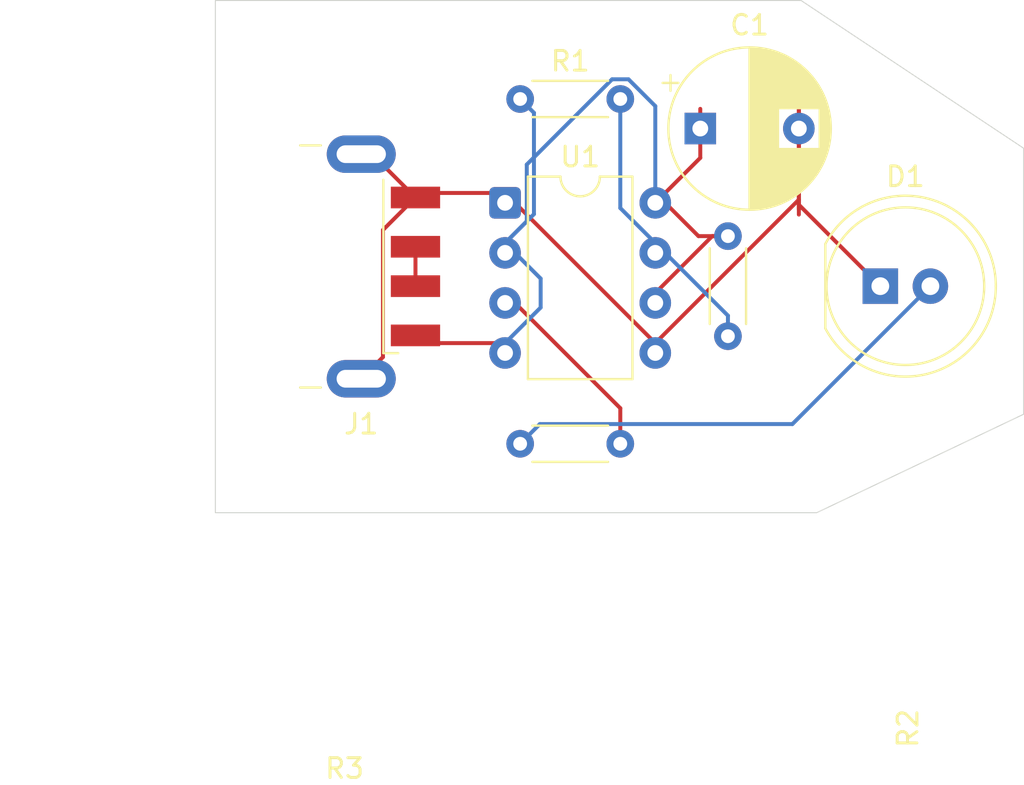
<source format=kicad_pcb>
(kicad_pcb (version 20241229) (generator "pcbnew") (generator_version "9.0")
  (layers (0 "F.Cu" signal) (2 "B.Cu" signal) (13 "F.Paste" user) (15 "B.Paste" user) (5 "F.SilkS" user "F.Silkscreen") (7 "B.SilkS" user "B.Silkscreen") (1 "F.Mask" user) (3 "B.Mask" user) (25 "Edge.Cuts" user))
  (net 0 "")
  (net 1 "GND")
  (net 2 "VCC")
  (net 3 "Net-(D1-A)")
  (net 4 "Net-(J1-D+)")
  (net 5 "Net-(U1-DIS)")
  (net 6 "Net-(U1-Q)")
  (footprint "Capacitor_THT:CP_Radial_D8.0mm_P5.00mm" (layer "F.Cu") (at 138.597349 94)
    (property "Reference" "C1" (at 2.5 -5.25 0) (layer "F.SilkS"))
    (property "Value" "C")
    (fp_line (start -1.909698 -2.315) (end -1.109698 -2.315) (stroke (width 0.12)) (layer "F.SilkS"))
    (fp_line (start -1.509698 -2.715) (end -1.509698 -1.915) (stroke (width 0.12)) (layer "F.SilkS"))
    (fp_line (start 2.5 -4.08) (end 2.5 4.08) (stroke (width 0.12)) (layer "F.SilkS"))
    (fp_line (start 2.54 -4.08) (end 2.54 4.08) (stroke (width 0.12)) (layer "F.SilkS"))
    (fp_line (start 2.58 -4.08) (end 2.58 4.08) (stroke (width 0.12)) (layer "F.SilkS"))
    (fp_line (start 2.62 -4.079) (end 2.62 4.079) (stroke (width 0.12)) (layer "F.SilkS"))
    (fp_line (start 2.66 -4.077) (end 2.66 4.077) (stroke (width 0.12)) (layer "F.SilkS"))
    (fp_line (start 2.7 -4.076) (end 2.7 4.076) (stroke (width 0.12)) (layer "F.SilkS"))
    (fp_line (start 2.74 -4.074) (end 2.74 4.074) (stroke (width 0.12)) (layer "F.SilkS"))
    (fp_line (start 2.78 -4.071) (end 2.78 4.071) (stroke (width 0.12)) (layer "F.SilkS"))
    (fp_line (start 2.82 -4.068) (end 2.82 4.068) (stroke (width 0.12)) (layer "F.SilkS"))
    (fp_line (start 2.86 -4.065) (end 2.86 4.065) (stroke (width 0.12)) (layer "F.SilkS"))
    (fp_line (start 2.9 -4.061) (end 2.9 4.061) (stroke (width 0.12)) (layer "F.SilkS"))
    (fp_line (start 2.94 -4.057) (end 2.94 4.057) (stroke (width 0.12)) (layer "F.SilkS"))
    (fp_line (start 2.98 -4.052) (end 2.98 4.052) (stroke (width 0.12)) (layer "F.SilkS"))
    (fp_line (start 3.02 -4.048) (end 3.02 4.048) (stroke (width 0.12)) (layer "F.SilkS"))
    (fp_line (start 3.06 -4.042) (end 3.06 4.042) (stroke (width 0.12)) (layer "F.SilkS"))
    (fp_line (start 3.1 -4.037) (end 3.1 4.037) (stroke (width 0.12)) (layer "F.SilkS"))
    (fp_line (start 3.14 -4.03) (end 3.14 4.03) (stroke (width 0.12)) (layer "F.SilkS"))
    (fp_line (start 3.18 -4.024) (end 3.18 4.024) (stroke (width 0.12)) (layer "F.SilkS"))
    (fp_line (start 3.221 -4.017) (end 3.221 4.017) (stroke (width 0.12)) (layer "F.SilkS"))
    (fp_line (start 3.261 -4.01) (end 3.261 4.01) (stroke (width 0.12)) (layer "F.SilkS"))
    (fp_line (start 3.301 -4.002) (end 3.301 4.002) (stroke (width 0.12)) (layer "F.SilkS"))
    (fp_line (start 3.341 -3.994) (end 3.341 3.994) (stroke (width 0.12)) (layer "F.SilkS"))
    (fp_line (start 3.381 -3.985) (end 3.381 3.985) (stroke (width 0.12)) (layer "F.SilkS"))
    (fp_line (start 3.421 -3.976) (end 3.421 3.976) (stroke (width 0.12)) (layer "F.SilkS"))
    (fp_line (start 3.461 -3.967) (end 3.461 3.967) (stroke (width 0.12)) (layer "F.SilkS"))
    (fp_line (start 3.501 -3.957) (end 3.501 3.957) (stroke (width 0.12)) (layer "F.SilkS"))
    (fp_line (start 3.541 -3.947) (end 3.541 3.947) (stroke (width 0.12)) (layer "F.SilkS"))
    (fp_line (start 3.581 -3.936) (end 3.581 3.936) (stroke (width 0.12)) (layer "F.SilkS"))
    (fp_line (start 3.621 -3.925) (end 3.621 3.925) (stroke (width 0.12)) (layer "F.SilkS"))
    (fp_line (start 3.661 -3.914) (end 3.661 3.914) (stroke (width 0.12)) (layer "F.SilkS"))
    (fp_line (start 3.701 -3.902) (end 3.701 3.902) (stroke (width 0.12)) (layer "F.SilkS"))
    (fp_line (start 3.741 -3.889) (end 3.741 3.889) (stroke (width 0.12)) (layer "F.SilkS"))
    (fp_line (start 3.781 -3.877) (end 3.781 3.877) (stroke (width 0.12)) (layer "F.SilkS"))
    (fp_line (start 3.821 -3.863) (end 3.821 3.863) (stroke (width 0.12)) (layer "F.SilkS"))
    (fp_line (start 3.861 -3.85) (end 3.861 3.85) (stroke (width 0.12)) (layer "F.SilkS"))
    (fp_line (start 3.901 -3.835) (end 3.901 3.835) (stroke (width 0.12)) (layer "F.SilkS"))
    (fp_line (start 3.941 -3.821) (end 3.941 3.821) (stroke (width 0.12)) (layer "F.SilkS"))
    (fp_line (start 3.981 -3.805) (end 3.981 -1.04) (stroke (width 0.12)) (layer "F.SilkS"))
    (fp_line (start 3.981 1.04) (end 3.981 3.805) (stroke (width 0.12)) (layer "F.SilkS"))
    (fp_line (start 4.021 -3.79) (end 4.021 -1.04) (stroke (width 0.12)) (layer "F.SilkS"))
    (fp_line (start 4.021 1.04) (end 4.021 3.79) (stroke (width 0.12)) (layer "F.SilkS"))
    (fp_line (start 4.061 -3.774) (end 4.061 -1.04) (stroke (width 0.12)) (layer "F.SilkS"))
    (fp_line (start 4.061 1.04) (end 4.061 3.774) (stroke (width 0.12)) (layer "F.SilkS"))
    (fp_line (start 4.101 -3.757) (end 4.101 -1.04) (stroke (width 0.12)) (layer "F.SilkS"))
    (fp_line (start 4.101 1.04) (end 4.101 3.757) (stroke (width 0.12)) (layer "F.SilkS"))
    (fp_line (start 4.141 -3.74) (end 4.141 -1.04) (stroke (width 0.12)) (layer "F.SilkS"))
    (fp_line (start 4.141 1.04) (end 4.141 3.74) (stroke (width 0.12)) (layer "F.SilkS"))
    (fp_line (start 4.181 -3.722) (end 4.181 -1.04) (stroke (width 0.12)) (layer "F.SilkS"))
    (fp_line (start 4.181 1.04) (end 4.181 3.722) (stroke (width 0.12)) (layer "F.SilkS"))
    (fp_line (start 4.221 -3.704) (end 4.221 -1.04) (stroke (width 0.12)) (layer "F.SilkS"))
    (fp_line (start 4.221 1.04) (end 4.221 3.704) (stroke (width 0.12)) (layer "F.SilkS"))
    (fp_line (start 4.261 -3.686) (end 4.261 -1.04) (stroke (width 0.12)) (layer "F.SilkS"))
    (fp_line (start 4.261 1.04) (end 4.261 3.686) (stroke (width 0.12)) (layer "F.SilkS"))
    (fp_line (start 4.301 -3.666) (end 4.301 -1.04) (stroke (width 0.12)) (layer "F.SilkS"))
    (fp_line (start 4.301 1.04) (end 4.301 3.666) (stroke (width 0.12)) (layer "F.SilkS"))
    (fp_line (start 4.341 -3.647) (end 4.341 -1.04) (stroke (width 0.12)) (layer "F.SilkS"))
    (fp_line (start 4.341 1.04) (end 4.341 3.647) (stroke (width 0.12)) (layer "F.SilkS"))
    (fp_line (start 4.381 -3.627) (end 4.381 -1.04) (stroke (width 0.12)) (layer "F.SilkS"))
    (fp_line (start 4.381 1.04) (end 4.381 3.627) (stroke (width 0.12)) (layer "F.SilkS"))
    (fp_line (start 4.421 -3.606) (end 4.421 -1.04) (stroke (width 0.12)) (layer "F.SilkS"))
    (fp_line (start 4.421 1.04) (end 4.421 3.606) (stroke (width 0.12)) (layer "F.SilkS"))
    (fp_line (start 4.461 -3.584) (end 4.461 -1.04) (stroke (width 0.12)) (layer "F.SilkS"))
    (fp_line (start 4.461 1.04) (end 4.461 3.584) (stroke (width 0.12)) (layer "F.SilkS"))
    (fp_line (start 4.501 -3.562) (end 4.501 -1.04) (stroke (width 0.12)) (layer "F.SilkS"))
    (fp_line (start 4.501 1.04) (end 4.501 3.562) (stroke (width 0.12)) (layer "F.SilkS"))
    (fp_line (start 4.541 -3.54) (end 4.541 -1.04) (stroke (width 0.12)) (layer "F.SilkS"))
    (fp_line (start 4.541 1.04) (end 4.541 3.54) (stroke (width 0.12)) (layer "F.SilkS"))
    (fp_line (start 4.581 -3.517) (end 4.581 -1.04) (stroke (width 0.12)) (layer "F.SilkS"))
    (fp_line (start 4.581 1.04) (end 4.581 3.517) (stroke (width 0.12)) (layer "F.SilkS"))
    (fp_line (start 4.621 -3.493) (end 4.621 -1.04) (stroke (width 0.12)) (layer "F.SilkS"))
    (fp_line (start 4.621 1.04) (end 4.621 3.493) (stroke (width 0.12)) (layer "F.SilkS"))
    (fp_line (start 4.661 -3.469) (end 4.661 -1.04) (stroke (width 0.12)) (layer "F.SilkS"))
    (fp_line (start 4.661 1.04) (end 4.661 3.469) (stroke (width 0.12)) (layer "F.SilkS"))
    (fp_line (start 4.701 -3.444) (end 4.701 -1.04) (stroke (width 0.12)) (layer "F.SilkS"))
    (fp_line (start 4.701 1.04) (end 4.701 3.444) (stroke (width 0.12)) (layer "F.SilkS"))
    (fp_line (start 4.741 -3.418) (end 4.741 -1.04) (stroke (width 0.12)) (layer "F.SilkS"))
    (fp_line (start 4.741 1.04) (end 4.741 3.418) (stroke (width 0.12)) (layer "F.SilkS"))
    (fp_line (start 4.781 -3.392) (end 4.781 -1.04) (stroke (width 0.12)) (layer "F.SilkS"))
    (fp_line (start 4.781 1.04) (end 4.781 3.392) (stroke (width 0.12)) (layer "F.SilkS"))
    (fp_line (start 4.821 -3.365) (end 4.821 -1.04) (stroke (width 0.12)) (layer "F.SilkS"))
    (fp_line (start 4.821 1.04) (end 4.821 3.365) (stroke (width 0.12)) (layer "F.SilkS"))
    (fp_line (start 4.861 -3.338) (end 4.861 -1.04) (stroke (width 0.12)) (layer "F.SilkS"))
    (fp_line (start 4.861 1.04) (end 4.861 3.338) (stroke (width 0.12)) (layer "F.SilkS"))
    (fp_line (start 4.901 -3.309) (end 4.901 -1.04) (stroke (width 0.12)) (layer "F.SilkS"))
    (fp_line (start 4.901 1.04) (end 4.901 3.309) (stroke (width 0.12)) (layer "F.SilkS"))
    (fp_line (start 4.941 -3.28) (end 4.941 -1.04) (stroke (width 0.12)) (layer "F.SilkS"))
    (fp_line (start 4.941 1.04) (end 4.941 3.28) (stroke (width 0.12)) (layer "F.SilkS"))
    (fp_line (start 4.981 -3.25) (end 4.981 -1.04) (stroke (width 0.12)) (layer "F.SilkS"))
    (fp_line (start 4.981 1.04) (end 4.981 3.25) (stroke (width 0.12)) (layer "F.SilkS"))
    (fp_line (start 5.021 -3.22) (end 5.021 -1.04) (stroke (width 0.12)) (layer "F.SilkS"))
    (fp_line (start 5.021 1.04) (end 5.021 3.22) (stroke (width 0.12)) (layer "F.SilkS"))
    (fp_line (start 5.061 -3.189) (end 5.061 -1.04) (stroke (width 0.12)) (layer "F.SilkS"))
    (fp_line (start 5.061 1.04) (end 5.061 3.189) (stroke (width 0.12)) (layer "F.SilkS"))
    (fp_line (start 5.101 -3.156) (end 5.101 -1.04) (stroke (width 0.12)) (layer "F.SilkS"))
    (fp_line (start 5.101 1.04) (end 5.101 3.156) (stroke (width 0.12)) (layer "F.SilkS"))
    (fp_line (start 5.141 -3.124) (end 5.141 -1.04) (stroke (width 0.12)) (layer "F.SilkS"))
    (fp_line (start 5.141 1.04) (end 5.141 3.124) (stroke (width 0.12)) (layer "F.SilkS"))
    (fp_line (start 5.181 -3.09) (end 5.181 -1.04) (stroke (width 0.12)) (layer "F.SilkS"))
    (fp_line (start 5.181 1.04) (end 5.181 3.09) (stroke (width 0.12)) (layer "F.SilkS"))
    (fp_line (start 5.221 -3.055) (end 5.221 -1.04) (stroke (width 0.12)) (layer "F.SilkS"))
    (fp_line (start 5.221 1.04) (end 5.221 3.055) (stroke (width 0.12)) (layer "F.SilkS"))
    (fp_line (start 5.261 -3.019) (end 5.261 -1.04) (stroke (width 0.12)) (layer "F.SilkS"))
    (fp_line (start 5.261 1.04) (end 5.261 3.019) (stroke (width 0.12)) (layer "F.SilkS"))
    (fp_line (start 5.301 -2.983) (end 5.301 -1.04) (stroke (width 0.12)) (layer "F.SilkS"))
    (fp_line (start 5.301 1.04) (end 5.301 2.983) (stroke (width 0.12)) (layer "F.SilkS"))
    (fp_line (start 5.341 -2.945) (end 5.341 -1.04) (stroke (width 0.12)) (layer "F.SilkS"))
    (fp_line (start 5.341 1.04) (end 5.341 2.945) (stroke (width 0.12)) (layer "F.SilkS"))
    (fp_line (start 5.381 -2.907) (end 5.381 -1.04) (stroke (width 0.12)) (layer "F.SilkS"))
    (fp_line (start 5.381 1.04) (end 5.381 2.907) (stroke (width 0.12)) (layer "F.SilkS"))
    (fp_line (start 5.421 -2.867) (end 5.421 -1.04) (stroke (width 0.12)) (layer "F.SilkS"))
    (fp_line (start 5.421 1.04) (end 5.421 2.867) (stroke (width 0.12)) (layer "F.SilkS"))
    (fp_line (start 5.461 -2.826) (end 5.461 -1.04) (stroke (width 0.12)) (layer "F.SilkS"))
    (fp_line (start 5.461 1.04) (end 5.461 2.826) (stroke (width 0.12)) (layer "F.SilkS"))
    (fp_line (start 5.501 -2.784) (end 5.501 -1.04) (stroke (width 0.12)) (layer "F.SilkS"))
    (fp_line (start 5.501 1.04) (end 5.501 2.784) (stroke (width 0.12)) (layer "F.SilkS"))
    (fp_line (start 5.541 -2.741) (end 5.541 -1.04) (stroke (width 0.12)) (layer "F.SilkS"))
    (fp_line (start 5.541 1.04) (end 5.541 2.741) (stroke (width 0.12)) (layer "F.SilkS"))
    (fp_line (start 5.581 -2.697) (end 5.581 -1.04) (stroke (width 0.12)) (layer "F.SilkS"))
    (fp_line (start 5.581 1.04) (end 5.581 2.697) (stroke (width 0.12)) (layer "F.SilkS"))
    (fp_line (start 5.621 -2.651) (end 5.621 -1.04) (stroke (width 0.12)) (layer "F.SilkS"))
    (fp_line (start 5.621 1.04) (end 5.621 2.651) (stroke (width 0.12)) (layer "F.SilkS"))
    (fp_line (start 5.661 -2.604) (end 5.661 -1.04) (stroke (width 0.12)) (layer "F.SilkS"))
    (fp_line (start 5.661 1.04) (end 5.661 2.604) (stroke (width 0.12)) (layer "F.SilkS"))
    (fp_line (start 5.701 -2.556) (end 5.701 -1.04) (stroke (width 0.12)) (layer "F.SilkS"))
    (fp_line (start 5.701 1.04) (end 5.701 2.556) (stroke (width 0.12)) (layer "F.SilkS"))
    (fp_line (start 5.741 -2.505) (end 5.741 -1.04) (stroke (width 0.12)) (layer "F.SilkS"))
    (fp_line (start 5.741 1.04) (end 5.741 2.505) (stroke (width 0.12)) (layer "F.SilkS"))
    (fp_line (start 5.781 -2.454) (end 5.781 -1.04) (stroke (width 0.12)) (layer "F.SilkS"))
    (fp_line (start 5.781 1.04) (end 5.781 2.454) (stroke (width 0.12)) (layer "F.SilkS"))
    (fp_line (start 5.821 -2.4) (end 5.821 -1.04) (stroke (width 0.12)) (layer "F.SilkS"))
    (fp_line (start 5.821 1.04) (end 5.821 2.4) (stroke (width 0.12)) (layer "F.SilkS"))
    (fp_line (start 5.861 -2.345) (end 5.861 -1.04) (stroke (width 0.12)) (layer "F.SilkS"))
    (fp_line (start 5.861 1.04) (end 5.861 2.345) (stroke (width 0.12)) (layer "F.SilkS"))
    (fp_line (start 5.901 -2.287) (end 5.901 -1.04) (stroke (width 0.12)) (layer "F.SilkS"))
    (fp_line (start 5.901 1.04) (end 5.901 2.287) (stroke (width 0.12)) (layer "F.SilkS"))
    (fp_line (start 5.941 -2.228) (end 5.941 -1.04) (stroke (width 0.12)) (layer "F.SilkS"))
    (fp_line (start 5.941 1.04) (end 5.941 2.228) (stroke (width 0.12)) (layer "F.SilkS"))
    (fp_line (start 5.981 -2.166) (end 5.981 -1.04) (stroke (width 0.12)) (layer "F.SilkS"))
    (fp_line (start 5.981 1.04) (end 5.981 2.166) (stroke (width 0.12)) (layer "F.SilkS"))
    (fp_line (start 6.021 -2.102) (end 6.021 -1.04) (stroke (width 0.12)) (layer "F.SilkS"))
    (fp_line (start 6.021 1.04) (end 6.021 2.102) (stroke (width 0.12)) (layer "F.SilkS"))
    (fp_line (start 6.061 -2.034) (end 6.061 2.034) (stroke (width 0.12)) (layer "F.SilkS"))
    (fp_line (start 6.101 -1.964) (end 6.101 1.964) (stroke (width 0.12)) (layer "F.SilkS"))
    (fp_line (start 6.141 -1.89) (end 6.141 1.89) (stroke (width 0.12)) (layer "F.SilkS"))
    (fp_line (start 6.181 -1.813) (end 6.181 1.813) (stroke (width 0.12)) (layer "F.SilkS"))
    (fp_line (start 6.221 -1.731) (end 6.221 1.731) (stroke (width 0.12)) (layer "F.SilkS"))
    (fp_line (start 6.261 -1.645) (end 6.261 1.645) (stroke (width 0.12)) (layer "F.SilkS"))
    (fp_line (start 6.301 -1.552) (end 6.301 1.552) (stroke (width 0.12)) (layer "F.SilkS"))
    (fp_line (start 6.341 -1.453) (end 6.341 1.453) (stroke (width 0.12)) (layer "F.SilkS"))
    (fp_line (start 6.381 -1.346) (end 6.381 1.346) (stroke (width 0.12)) (layer "F.SilkS"))
    (fp_line (start 6.421 -1.229) (end 6.421 1.229) (stroke (width 0.12)) (layer "F.SilkS"))
    (fp_line (start 6.461 -1.098) (end 6.461 1.098) (stroke (width 0.12)) (layer "F.SilkS"))
    (fp_line (start 6.501 -0.948) (end 6.501 0.948) (stroke (width 0.12)) (layer "F.SilkS"))
    (fp_line (start 6.541 -0.768) (end 6.541 0.768) (stroke (width 0.12)) (layer "F.SilkS"))
    (fp_line (start 6.581 -0.533) (end 6.581 0.533) (stroke (width 0.12)) (layer "F.SilkS"))
    (fp_circle (center 2.5 0) (end 6.62 0) (stroke (width 0.12)) (fill no) (layer "F.SilkS"))
    (pad "1" thru_hole rect (at 0 0) (size 1.6 1.6) (drill 0.8) (layers "*.Cu" "*.Mask") (net 2 "VCC"))
    (pad "2" thru_hole circle (at 5 0) (size 1.6 1.6) (drill 0.8) (layers "*.Cu" "*.Mask") (net 1 "GND"))
  )
  (footprint "LED_THT:LED_D8.0mm" (layer "F.Cu") (at 147.73 102)
    (property "Reference" "D1" (at 1.27 -5.56 0) (layer "F.SilkS"))
    (property "Value" "LED")
    (fp_line (start -2.79 -2.142) (end -2.79 2.142) (stroke (width 0.12)) (layer "F.SilkS"))
    (fp_arc (start -2.79 -2.141145) (mid 2.372851 -4.455538) (end 5.86 -0.000066) (stroke (width 0.12)) (layer "F.SilkS"))
    (fp_arc (start 5.86 0.000066) (mid 2.372851 4.455538) (end -2.79 2.141145) (stroke (width 0.12)) (layer "F.SilkS"))
    (fp_circle (center 1.27 0) (end 5.27 0) (stroke (width 0.12)) (fill no) (layer "F.SilkS"))
    (pad "1" thru_hole rect (at 0 0) (size 1.8 1.8) (drill 0.9) (layers "*.Cu" "*.Mask") (net 1 "GND"))
    (pad "2" thru_hole circle (at 2.54 0) (size 1.8 1.8) (drill 0.9) (layers "*.Cu" "*.Mask") (net 3 "Net-(D1-A)"))
  )
  (footprint "Connector_USB:USB_A_CNCTech_1001-011-01101_Horizontal" (layer "F.Cu") (at 114.5 101 180)
    (property "Reference" "J1" (at -6.9 -8 0) (layer "F.SilkS"))
    (property "Value" "USB_A")
    (fp_line (start -4.85 6.145) (end -3.8 6.145) (stroke (width 0.12)) (layer "F.SilkS"))
    (fp_line (start -4.85 -6.145) (end -3.8 -6.145) (stroke (width 0.12)) (layer "F.SilkS"))
    (fp_line (start -8.02 -4.4) (end -8.02 4.4) (stroke (width 0.12)) (layer "F.SilkS"))
    (fp_line (start -8.02 -4.4) (end -8.775 -4.4) (stroke (width 0.12)) (layer "F.SilkS"))
    (pad "" np_thru_hole circle (at -6.9 -2.3 180) (size 1.1 1.1) (drill 1.1) (layers "*.Cu" "*.Mask"))
    (pad "" np_thru_hole circle (at -6.9 2.3 180) (size 1.1 1.1) (drill 1.1) (layers "*.Cu" "*.Mask"))
    (pad "1" smd rect (at -9.65 -3.5 180) (size 2.5 1.1) (layers "F.Cu" "F.Mask" "F.Paste") (net 2 "VCC"))
    (pad "2" smd rect (at -9.65 -1 180) (size 2.5 1.1) (layers "F.Cu" "F.Mask" "F.Paste") (net 4 "Net-(J1-D+)"))
    (pad "3" smd rect (at -9.65 1 180) (size 2.5 1.1) (layers "F.Cu" "F.Mask" "F.Paste") (net 4 "Net-(J1-D+)"))
    (pad "4" smd rect (at -9.65 3.5 180) (size 2.5 1.1) (layers "F.Cu" "F.Mask" "F.Paste") (net 1 "GND"))
    (pad "5" thru_hole oval (at -6.9 -5.7 180) (size 3.5 1.9) (drill oval 2.5 0.9) (property pad_prop_heatsink) (layers "*.Cu" "*.Mask") (net 1 "GND"))
    (pad "5" thru_hole oval (at -6.9 5.7 180) (size 3.5 1.9) (drill oval 2.5 0.9) (property pad_prop_heatsink) (layers "*.Cu" "*.Mask") (net 1 "GND"))
  )
  (footprint "Package_DIP:DIP-8_W7.62mm" (layer "F.Cu") (at 128.695 97.77)
    (property "Reference" "U1" (at 3.81 -2.33 0) (layer "F.SilkS"))
    (property "Value" "NE555P")
    (fp_line (start 1.16 -1.33) (end 1.16 8.95) (stroke (width 0.12)) (layer "F.SilkS"))
    (fp_line (start 1.16 8.95) (end 6.46 8.95) (stroke (width 0.12)) (layer "F.SilkS"))
    (fp_line (start 2.81 -1.33) (end 1.16 -1.33) (stroke (width 0.12)) (layer "F.SilkS"))
    (fp_line (start 6.46 -1.33) (end 4.81 -1.33) (stroke (width 0.12)) (layer "F.SilkS"))
    (fp_line (start 6.46 8.95) (end 6.46 -1.33) (stroke (width 0.12)) (layer "F.SilkS"))
    (fp_arc (start 4.81 -1.33) (mid 3.81 -0.33) (end 2.81 -1.33) (stroke (width 0.12)) (layer "F.SilkS"))
    (pad "1" thru_hole roundrect (at 0 0) (size 1.6 1.6) (drill 0.8) (layers "*.Cu" "*.Mask") (roundrect_rratio 0.15625) (net 1 "GND"))
    (pad "2" thru_hole circle (at 0 2.54) (size 1.6 1.6) (drill 0.8) (layers "*.Cu" "*.Mask") (net 2 "VCC"))
    (pad "3" thru_hole circle (at 0 5.08) (size 1.6 1.6) (drill 0.8) (layers "*.Cu" "*.Mask") (net 6 "Net-(U1-Q)"))
    (pad "4" thru_hole circle (at 0 7.62) (size 1.6 1.6) (drill 0.8) (layers "*.Cu" "*.Mask") (net 2 "VCC"))
    (pad "5" thru_hole circle (at 7.62 7.62) (size 1.6 1.6) (drill 0.8) (layers "*.Cu" "*.Mask") (net 1 "GND"))
    (pad "6" thru_hole circle (at 7.62 5.08) (size 1.6 1.6) (drill 0.8) (layers "*.Cu" "*.Mask") (net 2 "VCC"))
    (pad "7" thru_hole circle (at 7.62 2.54) (size 1.6 1.6) (drill 0.8) (layers "*.Cu" "*.Mask") (net 5 "Net-(U1-DIS)"))
    (pad "8" thru_hole circle (at 7.62 0) (size 1.6 1.6) (drill 0.8) (layers "*.Cu" "*.Mask") (net 2 "VCC"))
  )
  (footprint "Resistor_THT:R_Axial_DIN0204_L3.6mm_D1.6mm_P5.08mm_Horizontal" (layer "F.Cu") (at 129.46 92.5)
    (property "Reference" "R1" (at 2.54 -1.92 0) (layer "F.SilkS"))
    (property "Value" "R")
    (fp_line (start 0.62 -0.92) (end 4.46 -0.92) (stroke (width 0.12)) (layer "F.SilkS"))
    (fp_line (start 0.62 0.92) (end 4.46 0.92) (stroke (width 0.12)) (layer "F.SilkS"))
    (pad "1" thru_hole circle (at 0 0) (size 1.4 1.4) (drill 0.7) (layers "*.Cu" "*.Mask") (net 2 "VCC"))
    (pad "2" thru_hole oval (at 5.08 0) (size 1.4 1.4) (drill 0.7) (layers "*.Cu" "*.Mask") (net 5 "Net-(U1-DIS)"))
  )
  (footprint "Resistor_THT:R_Axial_DIN0204_L3.6mm_D1.6mm_P5.08mm_Horizontal" (layer "F.Cu") (at 129.46 110)
    (property "Reference" "R3" (at -8.905302 16.48 0) (layer "F.SilkS"))
    (property "Value" "R3")
    (fp_line (start 0.62 -0.92) (end 4.46 -0.92) (stroke (width 0.12)) (layer "F.SilkS"))
    (fp_line (start 0.62 0.92) (end 4.46 0.92) (stroke (width 0.12)) (layer "F.SilkS"))
    (pad "1" thru_hole circle (at 0 0) (size 1.4 1.4) (drill 0.7) (layers "*.Cu" "*.Mask") (net 3 "Net-(D1-A)"))
    (pad "2" thru_hole oval (at 5.08 0) (size 1.4 1.4) (drill 0.7) (layers "*.Cu" "*.Mask") (net 6 "Net-(U1-Q)"))
  )
  (footprint "Resistor_THT:R_Axial_DIN0204_L3.6mm_D1.6mm_P5.08mm_Horizontal" (layer "F.Cu") (at 140 104.54 90)
    (property "Reference" "R2" (at -19.905302 9.13 90) (layer "F.SilkS"))
    (property "Value" "R2")
    (fp_line (start 0.62 -0.92) (end 4.46 -0.92) (stroke (width 0.12)) (layer "F.SilkS"))
    (fp_line (start 0.62 0.92) (end 4.46 0.92) (stroke (width 0.12)) (layer "F.SilkS"))
    (pad "1" thru_hole circle (at 0 0 90) (size 1.4 1.4) (drill 0.7) (layers "*.Cu" "*.Mask") (net 5 "Net-(U1-DIS)"))
    (pad "2" thru_hole oval (at 5.08 0 90) (size 1.4 1.4) (drill 0.7) (layers "*.Cu" "*.Mask") (net 2 "VCC"))
  )
  (gr_poly (pts (xy 114 87.5) (xy 143.710526 87.5) (xy 155 95) (xy 155 108.5) (xy 144.5 113.5) (xy 114 113.5)) (stroke (width 0.05)) (fill no) (layer "Edge.Cuts"))
  (segment (start 143.597349 97.607651) (end 136.315 104.89) (width 0.2) (layer "F.Cu") (net 1))
  (segment (start 143.597349 97.867349) (end 147.73 102) (width 0.2) (layer "F.Cu") (net 1))
  (segment (start 122.5 99.15) (end 122.5 105.6) (width 0.2) (layer "F.Cu") (net 1))
  (segment (start 124.38 97.27) (end 124.15 97.5) (width 0.2) (layer "F.Cu") (net 1))
  (segment (start 124.15 97.5) (end 122.5 99.15) (width 0.2) (layer "F.Cu") (net 1))
  (segment (start 143.597349 93) (end 143.597349 98.367349) (width 0.2) (layer "F.Cu") (net 1))
  (segment (start 143.597349 93) (end 143.597349 98.107651) (width 0.2) (layer "F.Cu") (net 1))
  (segment (start 147.73 102) (end 148 102) (width 0.2) (layer "F.Cu") (net 1))
  (segment (start 121.95 95.3) (end 121.4 95.3) (width 0.2) (layer "F.Cu") (net 1))
  (segment (start 128.695 97.27) (end 136.315 104.89) (width 0.2) (layer "F.Cu") (net 1))
  (segment (start 128.695 97.27) (end 124.38 97.27) (width 0.2) (layer "F.Cu") (net 1))
  (segment (start 124.15 97.5) (end 121.95 95.3) (width 0.2) (layer "F.Cu") (net 1))
  (segment (start 122.5 105.6) (end 121.4 106.7) (width 0.2) (layer "F.Cu") (net 1))
  (segment (start 138.597349 93) (end 138.597349 95.487651) (width 0.2) (layer "F.Cu") (net 2))
  (segment (start 138.505 99.46) (end 136.315 97.27) (width 0.2) (layer "F.Cu") (net 2))
  (segment (start 138.597349 95.487651) (end 136.315 97.77) (width 0.2) (layer "F.Cu") (net 2))
  (segment (start 124.54 104.89) (end 124.15 104.5) (width 0.2) (layer "F.Cu") (net 2))
  (segment (start 140 99.46) (end 138.505 99.46) (width 0.2) (layer "F.Cu") (net 2))
  (segment (start 139.205 99.46) (end 136.315 102.35) (width 0.2) (layer "F.Cu") (net 2))
  (segment (start 140 99.46) (end 139.205 99.46) (width 0.2) (layer "F.Cu") (net 2))
  (segment (start 128.695 104.89) (end 124.54 104.89) (width 0.2) (layer "F.Cu") (net 2))
  (segment (start 130.5 101.615) (end 128.695 99.81) (width 0.2) (layer "B.Cu") (net 2))
  (segment (start 130.16 93.2) (end 130.16 98.345) (width 0.2) (layer "B.Cu") (net 2))
  (segment (start 136.315 97.27) (end 136.315 92.859372) (width 0.2) (layer "B.Cu") (net 2))
  (segment (start 136.315 92.859372) (end 134.954628 91.499) (width 0.2) (layer "B.Cu") (net 2))
  (segment (start 134.125372 91.499) (end 129.796 95.828372) (width 0.2) (layer "B.Cu") (net 2))
  (segment (start 130.16 98.345) (end 128.695 99.81) (width 0.2) (layer "B.Cu") (net 2))
  (segment (start 134.954628 91.499) (end 134.125372 91.499) (width 0.2) (layer "B.Cu") (net 2))
  (segment (start 129.796 95.828372) (end 129.796 98.709) (width 0.2) (layer "B.Cu") (net 2))
  (segment (start 129.46 92.5) (end 130.16 93.2) (width 0.2) (layer "B.Cu") (net 2))
  (segment (start 129.796 98.709) (end 128.695 99.81) (width 0.2) (layer "B.Cu") (net 2))
  (segment (start 128.695 104.89) (end 130.5 103.085) (width 0.2) (layer "B.Cu") (net 2))
  (segment (start 130.5 103.085) (end 130.5 101.615) (width 0.2) (layer "B.Cu") (net 2))
  (segment (start 129.46 110) (end 130.461 108.999) (width 0.2) (layer "B.Cu") (net 3))
  (segment (start 130.461 108.999) (end 143.271 108.999) (width 0.2) (layer "B.Cu") (net 3))
  (segment (start 143.271 108.999) (end 150.27 102) (width 0.2) (layer "B.Cu") (net 3))
  (segment (start 124.15 102) (end 124.15 100) (width 0.2) (layer "F.Cu") (net 4))
  (segment (start 140 103.495) (end 136.315 99.81) (width 0.2) (layer "B.Cu") (net 5))
  (segment (start 134.54 98.035) (end 134.54 92.5) (width 0.2) (layer "B.Cu") (net 5))
  (segment (start 136.315 99.81) (end 134.54 98.035) (width 0.2) (layer "B.Cu") (net 5))
  (segment (start 140 104.54) (end 140 103.495) (width 0.2) (layer "B.Cu") (net 5))
  (segment (start 128.695 102.35) (end 134.54 108.195) (width 0.2) (layer "F.Cu") (net 6))
  (segment (start 134.54 108.195) (end 134.54 110) (width 0.2) (layer "F.Cu") (net 6))
)
</source>
